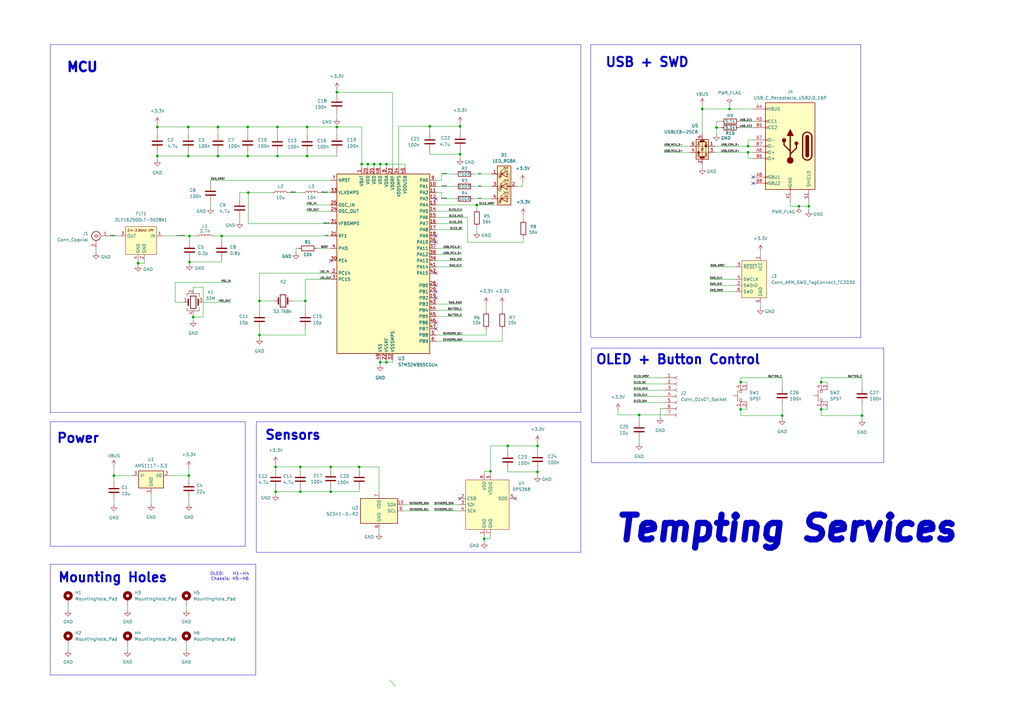
<source format=kicad_sch>
(kicad_sch (version 20231120) (generator "eeschema") (generator_version "8.0")
  (paper "A3")
  (title_block (title "Tempting") (date "2025-02-06") (rev "V1") (company "Tempting Services"))
  (junction (at 158.496 148.59))
  (junction (at 176.276 51.816))
  (junction (at 158.496 67.31))
  (junction (at 77.724 107.442))
  (junction (at 188.722 51.816))
  (junction (at 138.176 37.846))
  (junction (at 77.724 96.774))
  (junction (at 303.784 167.894))
  (junction (at 208.28 182.88))
  (junction (at 113.03 201.676))
  (junction (at 331.724 84.582))
  (junction (at 123.19 191.516))
  (junction (at 303.784 156.718))
  (junction (at 106.426 137.414))
  (junction (at 79.248 130.048))
  (junction (at 306.832 62.484))
  (junction (at 77.216 64.008))
  (junction (at 336.804 156.718))
  (junction (at 77.47 195.072))
  (junction (at 56.642 107.95))
  (junction (at 262.128 170.18))
  (junction (at 46.736 195.072))
  (junction (at 327.66 84.582))
  (junction (at 113.792 52.07))
  (junction (at 125.222 123.444))
  (junction (at 198.628 220.98))
  (junction (at 106.426 123.444))
  (junction (at 220.472 182.88))
  (junction (at 150.876 67.31))
  (junction (at 90.932 96.774))
  (junction (at 123.19 201.676))
  (junction (at 220.472 193.548))
  (junction (at 188.722 63.246))
  (junction (at 153.416 67.31))
  (junction (at 113.792 64.008))
  (junction (at 77.216 52.07))
  (junction (at 155.956 67.31))
  (junction (at 306.832 59.944))
  (junction (at 195.58 84.074))
  (junction (at 101.6 64.008))
  (junction (at 320.802 170.434))
  (junction (at 101.854 78.994))
  (junction (at 299.212 44.704))
  (junction (at 64.516 52.07))
  (junction (at 201.168 193.294))
  (junction (at 89.408 52.07))
  (junction (at 147.32 191.516))
  (junction (at 288.036 44.704))
  (junction (at 293.878 52.324))
  (junction (at 336.804 167.894))
  (junction (at 135.636 191.516))
  (junction (at 125.984 52.07))
  (junction (at 125.984 64.008))
  (junction (at 135.636 201.676))
  (junction (at 148.336 67.31))
  (junction (at 113.03 191.516))
  (junction (at 64.516 64.008))
  (junction (at 101.6 52.07))
  (junction (at 155.956 148.59))
  (junction (at 89.408 64.008))
  (junction (at 353.568 170.434))
  (junction (at 138.176 52.07))
  (no_connect (at 178.816 117.094))
  (no_connect (at 211.328 204.47))
  (no_connect (at 178.816 112.014))
  (no_connect (at 178.816 96.774))
  (no_connect (at 178.816 132.334))
  (no_connect (at 178.816 122.174))
  (no_connect (at 308.864 72.644))
  (no_connect (at 178.816 119.634))
  (no_connect (at 178.816 81.534))
  (no_connect (at 308.864 75.184))
  (no_connect (at 135.636 106.934))
  (no_connect (at 178.816 134.874))
  (no_connect (at 188.468 204.47))
  (no_connect (at 178.816 99.314))
  (bus_entry (at 159.766 278.892) (size 2.54 2.54))
  (wire (pts (xy 288.036 44.704) (xy 288.036 54.864)))
  (wire (pts (xy 188.722 63.246) (xy 188.722 65.024)))
  (wire (pts (xy 101.6 52.07) (xy 101.6 54.864)))
  (wire (pts (xy 77.724 96.774) (xy 80.264 96.774)))
  (wire (pts (xy 262.128 170.18) (xy 262.128 172.466)))
  (wire (pts (xy 77.216 62.484) (xy 77.216 64.008)))
  (wire (pts (xy 306.324 156.718) (xy 303.784 156.718)))
  (wire (pts (xy 308.864 65.024) (xy 306.832 65.024)))
  (wire (pts (xy 176.276 51.816) (xy 176.276 54.356)))
  (wire (pts (xy 46.736 204.978) (xy 46.736 207.01)))
  (wire (pts (xy 155.956 147.574) (xy 155.956 148.59)))
  (wire (pts (xy 293.878 52.324) (xy 295.656 52.324)))
  (wire (pts (xy 186.69 71.374) (xy 181.102 71.374)))
  (wire (pts (xy 178.816 109.474) (xy 189.484 109.474)))
  (wire (pts (xy 295.656 49.784) (xy 293.878 49.784)))
  (wire (pts (xy 147.32 191.516) (xy 147.32 192.786)))
  (wire (pts (xy 303.784 170.434) (xy 320.802 170.434)))
  (wire (pts (xy 59.182 107.95) (xy 59.182 106.934)))
  (wire (pts (xy 79.248 117.856) (xy 79.248 118.872)))
  (wire (pts (xy 77.724 107.442) (xy 77.724 108.204)))
  (wire (pts (xy 282.956 59.944) (xy 272.288 59.944)))
  (wire (pts (xy 299.212 44.704) (xy 288.036 44.704)))
  (wire (pts (xy 118.872 78.994) (xy 123.952 78.994)))
  (wire (pts (xy 101.6 64.008) (xy 113.792 64.008)))
  (wire (pts (xy 101.6 64.008) (xy 101.6 62.484)))
  (wire (pts (xy 135.636 191.516) (xy 147.32 191.516)))
  (wire (pts (xy 324.104 84.582) (xy 327.66 84.582)))
  (wire (pts (xy 155.448 217.17) (xy 155.448 218.694)))
  (wire (pts (xy 306.832 57.404) (xy 306.832 59.944)))
  (wire (pts (xy 64.516 64.008) (xy 64.516 65.532)))
  (wire (pts (xy 71.882 115.824) (xy 94.742 115.824)))
  (wire (pts (xy 76.454 248.158) (xy 76.454 250.19)))
  (wire (pts (xy 135.636 201.676) (xy 147.32 201.676)))
  (wire (pts (xy 165.608 209.55) (xy 176.022 209.55)))
  (wire (pts (xy 69.596 195.072) (xy 77.47 195.072)))
  (wire (pts (xy 77.47 195.072) (xy 77.47 196.596)))
  (wire (pts (xy 147.32 200.406) (xy 147.32 201.676)))
  (wire (pts (xy 77.47 191.77) (xy 77.47 195.072)))
  (wire (pts (xy 220.472 193.548) (xy 220.472 195.072)))
  (wire (pts (xy 166.116 68.834) (xy 166.116 67.31)))
  (wire (pts (xy 64.516 50.8) (xy 64.516 52.07)))
  (wire (pts (xy 158.496 147.574) (xy 158.496 148.59)))
  (wire (pts (xy 270.764 167.64) (xy 270.764 171.196)))
  (wire (pts (xy 125.984 52.07) (xy 138.176 52.07)))
  (wire (pts (xy 178.816 106.934) (xy 189.484 106.934)))
  (wire (pts (xy 77.47 204.216) (xy 77.47 206.756)))
  (wire (pts (xy 161.036 37.846) (xy 138.176 37.846)))
  (wire (pts (xy 303.784 156.718) (xy 303.784 154.94)))
  (wire (pts (xy 125.222 114.554) (xy 135.636 114.554)))
  (wire (pts (xy 178.816 101.854) (xy 189.484 101.854)))
  (wire (pts (xy 189.738 91.694) (xy 178.816 91.694)))
  (wire (pts (xy 201.168 193.294) (xy 201.168 194.31)))
  (wire (pts (xy 201.676 76.454) (xy 194.31 76.454)))
  (wire (pts (xy 163.576 51.816) (xy 176.276 51.816)))
  (wire (pts (xy 198.628 193.294) (xy 201.168 193.294)))
  (wire (pts (xy 113.792 64.008) (xy 113.792 62.738)))
  (wire (pts (xy 130.048 101.854) (xy 135.636 101.854)))
  (wire (pts (xy 303.784 154.94) (xy 320.802 154.94)))
  (wire (pts (xy 148.336 67.31) (xy 148.336 68.834)))
  (wire (pts (xy 188.468 207.01) (xy 178.054 207.01)))
  (wire (pts (xy 77.724 98.806) (xy 77.724 96.774)))
  (wire (pts (xy 138.176 52.07) (xy 138.176 54.864)))
  (wire (pts (xy 262.128 170.18) (xy 272.542 170.18)))
  (wire (pts (xy 306.832 62.484) (xy 308.864 62.484)))
  (wire (pts (xy 259.842 162.56) (xy 272.542 162.56)))
  (wire (pts (xy 339.344 156.718) (xy 336.804 156.718)))
  (wire (pts (xy 288.036 67.564) (xy 288.036 68.834)))
  (wire (pts (xy 178.816 124.714) (xy 189.484 124.714)))
  (wire (pts (xy 306.832 65.024) (xy 306.832 62.484)))
  (wire (pts (xy 125.73 86.614) (xy 135.636 86.614)))
  (wire (pts (xy 188.722 50.546) (xy 188.722 51.816)))
  (wire (pts (xy 353.568 154.94) (xy 353.568 158.496)))
  (wire (pts (xy 201.168 193.294) (xy 201.168 182.88)))
  (wire (pts (xy 205.994 124.714) (xy 205.994 127.508)))
  (wire (pts (xy 178.816 104.394) (xy 189.484 104.394)))
  (wire (pts (xy 86.36 73.914) (xy 135.636 73.914)))
  (wire (pts (xy 199.39 124.714) (xy 199.39 127.508)))
  (wire (pts (xy 336.804 157.226) (xy 336.804 156.718)))
  (wire (pts (xy 113.03 192.786) (xy 113.03 191.516)))
  (wire (pts (xy 158.496 67.31) (xy 158.496 68.834)))
  (wire (pts (xy 125.222 123.444) (xy 125.222 114.554)))
  (wire (pts (xy 320.802 170.434) (xy 320.802 171.704)))
  (wire (pts (xy 311.912 103.124) (xy 311.912 104.394)))
  (wire (pts (xy 339.344 167.894) (xy 336.804 167.894)))
  (wire (pts (xy 86.36 83.058) (xy 86.36 85.09)))
  (wire (pts (xy 303.276 52.324) (xy 308.864 52.324)))
  (wire (pts (xy 155.956 148.59) (xy 158.496 148.59)))
  (wire (pts (xy 138.176 52.07) (xy 148.336 52.07)))
  (wire (pts (xy 39.37 101.854) (xy 39.37 103.632)))
  (wire (pts (xy 123.19 191.516) (xy 135.636 191.516)))
  (wire (pts (xy 79.248 130.048) (xy 79.248 131.318)))
  (wire (pts (xy 113.792 64.008) (xy 125.984 64.008)))
  (wire (pts (xy 331.724 84.582) (xy 331.724 82.804)))
  (wire (pts (xy 191.77 89.154) (xy 191.77 99.314)))
  (wire (pts (xy 77.724 106.426) (xy 77.724 107.442)))
  (wire (pts (xy 272.542 167.64) (xy 270.764 167.64)))
  (wire (pts (xy 101.854 78.994) (xy 101.854 91.694)))
  (wire (pts (xy 201.676 71.374) (xy 194.31 71.374)))
  (wire (pts (xy 125.222 123.444) (xy 125.222 127.254)))
  (wire (pts (xy 181.102 71.374) (xy 181.102 73.914)))
  (wire (pts (xy 308.864 44.704) (xy 299.212 44.704)))
  (wire (pts (xy 176.276 63.246) (xy 176.276 61.976)))
  (wire (pts (xy 90.932 106.426) (xy 90.932 107.442)))
  (wire (pts (xy 155.956 67.31) (xy 153.416 67.31)))
  (wire (pts (xy 303.276 49.784) (xy 308.864 49.784)))
  (wire (pts (xy 125.984 64.008) (xy 125.984 62.738)))
  (wire (pts (xy 113.792 52.07) (xy 125.984 52.07)))
  (wire (pts (xy 320.802 170.434) (xy 320.802 166.116)))
  (wire (pts (xy 77.216 64.008) (xy 89.408 64.008)))
  (wire (pts (xy 291.338 109.474) (xy 301.752 109.474)))
  (wire (pts (xy 181.102 81.534) (xy 181.102 78.994)))
  (wire (pts (xy 89.408 52.07) (xy 101.6 52.07)))
  (wire (pts (xy 98.298 89.154) (xy 98.298 90.932)))
  (wire (pts (xy 155.956 67.31) (xy 155.956 68.834)))
  (wire (pts (xy 188.468 209.55) (xy 178.054 209.55)))
  (wire (pts (xy 199.39 137.414) (xy 199.39 135.128)))
  (wire (pts (xy 353.568 170.434) (xy 353.568 166.116)))
  (wire (pts (xy 306.324 167.894) (xy 303.784 167.894)))
  (wire (pts (xy 106.426 137.414) (xy 106.426 138.684)))
  (wire (pts (xy 138.176 64.008) (xy 138.176 62.484)))
  (wire (pts (xy 153.416 67.31) (xy 153.416 68.834)))
  (wire (pts (xy 163.576 68.834) (xy 163.576 51.816)))
  (wire (pts (xy 123.19 201.676) (xy 135.636 201.676)))
  (wire (pts (xy 64.516 62.484) (xy 64.516 64.008)))
  (wire (pts (xy 198.628 219.71) (xy 198.628 220.98)))
  (wire (pts (xy 336.804 167.386) (xy 336.804 167.894)))
  (wire (pts (xy 181.102 78.994) (xy 178.816 78.994)))
  (wire (pts (xy 113.03 200.406) (xy 113.03 201.676)))
  (wire (pts (xy 201.676 81.534) (xy 194.31 81.534)))
  (wire (pts (xy 208.28 193.548) (xy 220.472 193.548)))
  (wire (pts (xy 76.454 264.668) (xy 76.454 266.7)))
  (wire (pts (xy 113.03 201.676) (xy 123.19 201.676)))
  (wire (pts (xy 52.324 264.668) (xy 52.324 266.7)))
  (wire (pts (xy 83.312 117.856) (xy 79.248 117.856)))
  (wire (pts (xy 113.03 201.676) (xy 113.03 202.692)))
  (wire (pts (xy 178.816 84.074) (xy 195.58 84.074)))
  (wire (pts (xy 201.168 219.71) (xy 201.168 220.98)))
  (wire (pts (xy 188.722 51.816) (xy 188.722 54.102)))
  (wire (pts (xy 259.842 160.02) (xy 272.542 160.02)))
  (wire (pts (xy 188.722 63.246) (xy 176.276 63.246)))
  (wire (pts (xy 188.722 61.722) (xy 188.722 63.246)))
  (wire (pts (xy 71.882 123.952) (xy 75.438 123.952)))
  (wire (pts (xy 214.63 88.138) (xy 214.63 89.916)))
  (wire (pts (xy 86.36 73.914) (xy 86.36 75.438)))
  (wire (pts (xy 166.116 67.31) (xy 158.496 67.31)))
  (wire (pts (xy 311.912 124.714) (xy 311.912 126.238)))
  (wire (pts (xy 89.408 52.07) (xy 89.408 54.864)))
  (wire (pts (xy 299.212 43.18) (xy 299.212 44.704)))
  (wire (pts (xy 205.994 139.954) (xy 205.994 135.128)))
  (wire (pts (xy 259.842 157.48) (xy 272.542 157.48)))
  (wire (pts (xy 66.802 96.774) (xy 77.724 96.774)))
  (wire (pts (xy 106.426 134.874) (xy 106.426 137.414)))
  (wire (pts (xy 339.344 167.386) (xy 339.344 167.894)))
  (wire (pts (xy 56.642 106.934) (xy 56.642 107.95)))
  (wire (pts (xy 165.608 207.01) (xy 176.022 207.01)))
  (wire (pts (xy 153.416 67.31) (xy 150.876 67.31)))
  (wire (pts (xy 158.496 148.59) (xy 161.036 148.59)))
  (wire (pts (xy 155.448 191.516) (xy 155.448 201.93)))
  (wire (pts (xy 101.854 91.694) (xy 135.636 91.694)))
  (wire (pts (xy 259.842 165.1) (xy 272.542 165.1)))
  (wire (pts (xy 178.816 129.794) (xy 189.484 129.794)))
  (wire (pts (xy 79.248 130.048) (xy 83.312 130.048)))
  (wire (pts (xy 155.956 148.59) (xy 155.956 149.606)))
  (wire (pts (xy 83.312 130.048) (xy 83.312 117.856)))
  (wire (pts (xy 214.376 76.454) (xy 211.836 76.454)))
  (wire (pts (xy 101.6 52.07) (xy 113.792 52.07)))
  (wire (pts (xy 195.58 93.218) (xy 195.58 94.996)))
  (wire (pts (xy 71.882 115.824) (xy 71.882 123.952)))
  (wire (pts (xy 353.568 170.434) (xy 353.568 171.958)))
  (wire (pts (xy 52.324 248.158) (xy 52.324 250.19)))
  (wire (pts (xy 301.752 114.554) (xy 291.084 114.554)))
  (wire (pts (xy 288.036 42.926) (xy 288.036 44.704)))
  (wire (pts (xy 90.932 96.774) (xy 135.636 96.774)))
  (wire (pts (xy 259.842 154.94) (xy 272.542 154.94)))
  (wire (pts (xy 121.412 103.632) (xy 121.412 101.854)))
  (wire (pts (xy 44.45 96.774) (xy 49.022 96.774)))
  (wire (pts (xy 282.956 62.484) (xy 272.288 62.484)))
  (wire (pts (xy 46.736 191.262) (xy 46.736 195.072)))
  (wire (pts (xy 201.168 182.88) (xy 208.28 182.88)))
  (wire (pts (xy 89.408 64.008) (xy 101.6 64.008)))
  (wire (pts (xy 208.28 192.532) (xy 208.28 193.548)))
  (wire (pts (xy 77.216 52.07) (xy 89.408 52.07)))
  (wire (pts (xy 178.816 137.414) (xy 199.39 137.414)))
  (wire (pts (xy 301.752 119.634) (xy 291.084 119.634)))
  (wire (pts (xy 150.876 67.31) (xy 148.336 67.31)))
  (wire (pts (xy 336.804 170.434) (xy 353.568 170.434)))
  (wire (pts (xy 131.572 78.994) (xy 135.636 78.994)))
  (wire (pts (xy 208.28 182.88) (xy 208.28 184.912)))
  (wire (pts (xy 123.19 191.516) (xy 123.19 192.786)))
  (wire (pts (xy 89.408 62.484) (xy 89.408 64.008)))
  (wire (pts (xy 106.426 123.444) (xy 106.426 112.014)))
  (wire (pts (xy 161.036 148.59) (xy 161.036 147.574)))
  (wire (pts (xy 198.628 194.31) (xy 198.628 193.294)))
  (wire (pts (xy 195.58 84.074) (xy 202.946 84.074)))
  (wire (pts (xy 121.412 101.854) (xy 122.428 101.854)))
  (wire (pts (xy 64.516 64.008) (xy 77.216 64.008)))
  (wire (pts (xy 64.516 52.07) (xy 77.216 52.07)))
  (wire (pts (xy 113.03 191.516) (xy 123.19 191.516)))
  (wire (pts (xy 46.736 195.072) (xy 46.736 197.358)))
  (wire (pts (xy 293.878 49.784) (xy 293.878 52.324)))
  (wire (pts (xy 125.73 84.074) (xy 135.636 84.074)))
  (wire (pts (xy 336.804 156.718) (xy 336.804 154.94)))
  (wire (pts (xy 195.58 84.074) (xy 195.58 85.598)))
  (wire (pts (xy 220.472 184.658) (xy 220.472 182.88)))
  (wire (pts (xy 327.66 84.582) (xy 331.724 84.582)))
  (wire (pts (xy 306.324 157.226) (xy 306.324 156.718)))
  (wire (pts (xy 125.984 64.008) (xy 138.176 64.008)))
  (wire (pts (xy 123.19 200.406) (xy 123.19 201.676)))
  (wire (pts (xy 178.816 139.954) (xy 205.994 139.954)))
  (wire (pts (xy 336.804 167.894) (xy 336.804 170.434)))
  (wire (pts (xy 61.976 202.692) (xy 61.976 206.756)))
  (wire (pts (xy 158.496 67.31) (xy 155.956 67.31)))
  (wire (pts (xy 87.884 96.774) (xy 90.932 96.774)))
  (wire (pts (xy 188.722 51.816) (xy 176.276 51.816)))
  (wire (pts (xy 331.724 84.582) (xy 331.724 86.36)))
  (wire (pts (xy 90.932 107.442) (xy 77.724 107.442)))
  (wire (pts (xy 253.492 170.18) (xy 262.128 170.18)))
  (wire (pts (xy 220.472 181.356) (xy 220.472 182.88)))
  (wire (pts (xy 178.816 127.254) (xy 189.484 127.254)))
  (wire (pts (xy 214.63 97.536) (xy 214.63 99.314)))
  (wire (pts (xy 293.116 59.944) (xy 306.832 59.944)))
  (wire (pts (xy 135.636 200.152) (xy 135.636 201.676)))
  (wire (pts (xy 186.69 81.534) (xy 181.102 81.534)))
  (wire (pts (xy 64.516 54.864) (xy 64.516 52.07)))
  (wire (pts (xy 293.116 62.484) (xy 306.832 62.484)))
  (wire (pts (xy 150.876 67.31) (xy 150.876 68.834)))
  (wire (pts (xy 27.94 264.668) (xy 27.94 266.7)))
  (wire (pts (xy 56.642 107.95) (xy 59.182 107.95)))
  (wire (pts (xy 220.472 192.278) (xy 220.472 193.548)))
  (wire (pts (xy 148.336 52.07) (xy 148.336 67.31)))
  (wire (pts (xy 106.426 112.014) (xy 135.636 112.014)))
  (wire (pts (xy 339.344 157.226) (xy 339.344 156.718)))
  (wire (pts (xy 106.426 123.444) (xy 112.268 123.444)))
  (wire (pts (xy 198.628 220.98) (xy 198.628 222.25)))
  (wire (pts (xy 119.888 123.444) (xy 125.222 123.444)))
  (wire (pts (xy 306.324 167.386) (xy 306.324 167.894)))
  (wire (pts (xy 56.642 107.95) (xy 56.642 108.712)))
  (wire (pts (xy 135.636 191.516) (xy 135.636 192.532)))
  (wire (pts (xy 155.448 191.516) (xy 147.32 191.516)))
  (wire (pts (xy 161.036 68.834) (xy 161.036 37.846)))
  (wire (pts (xy 181.102 73.914) (xy 178.816 73.914)))
  (wire (pts (xy 324.104 82.804) (xy 324.104 84.582)))
  (wire (pts (xy 220.472 182.88) (xy 208.28 182.88)))
  (wire (pts (xy 138.176 46.482) (xy 138.176 48.514)))
  (wire (pts (xy 306.832 59.944) (xy 308.864 59.944)))
  (wire (pts (xy 77.216 52.07) (xy 77.216 54.864)))
  (wire (pts (xy 113.792 52.07) (xy 113.792 55.118)))
  (wire (pts (xy 101.854 78.994) (xy 98.298 78.994)))
  (wire (pts (xy 83.058 123.952) (xy 94.742 123.952)))
  (wire (pts (xy 138.176 36.576) (xy 138.176 37.846)))
  (wire (pts (xy 101.854 78.994) (xy 111.252 78.994)))
  (wire (pts (xy 214.376 74.422) (xy 214.376 76.454)))
  (wire (pts (xy 46.736 195.072) (xy 54.356 195.072)))
  (wire (pts (xy 262.128 180.086) (xy 262.128 181.864)))
  (wire (pts (xy 253.492 170.18) (xy 253.492 168.148)))
  (wire (pts (xy 186.69 76.454) (xy 178.816 76.454)))
  (wire (pts (xy 293.878 52.324) (xy 293.878 55.118)))
  (wire (pts (xy 106.426 127.254) (xy 106.426 123.444)))
  (wire (pts (xy 201.168 220.98) (xy 198.628 220.98)))
  (wire (pts (xy 125.984 52.07) (xy 125.984 55.118)))
  (wire (pts (xy 90.932 96.774) (xy 90.932 98.806)))
  (wire (pts (xy 178.816 89.154) (xy 191.77 89.154)))
  (wire (pts (xy 336.804 154.94) (xy 353.568 154.94)))
  (wire (pts (xy 320.802 154.94) (xy 320.802 158.496)))
  (wire (pts (xy 125.222 137.414) (xy 125.222 134.874)))
  (wire (pts (xy 301.752 117.094) (xy 291.084 117.094)))
  (wire (pts (xy 27.94 248.158) (xy 27.94 250.19)))
  (wire (pts (xy 308.864 57.404) (xy 306.832 57.404)))
  (wire (pts (xy 178.816 94.234) (xy 189.738 94.234)))
  (wire (pts (xy 303.784 167.386) (xy 303.784 167.894)))
  (wire (pts (xy 178.816 86.614) (xy 189.738 86.614)))
  (wire (pts (xy 79.248 129.032) (xy 79.248 130.048)))
  (wire (pts (xy 98.298 78.994) (xy 98.298 81.534)))
  (wire (pts (xy 106.426 137.414) (xy 125.222 137.414)))
  (wire (pts (xy 303.784 167.894) (xy 303.784 170.434)))
  (wire (pts (xy 138.176 37.846) (xy 138.176 38.862)))
  (wire (pts (xy 303.784 157.226) (xy 303.784 156.718)))
  (wire (pts (xy 191.77 99.314) (xy 214.63 99.314)))
  (wire (pts (xy 113.03 189.992) (xy 113.03 191.516)))
  (rectangle (start 105.156 172.974) (end 238.252 226.568))
  (rectangle (start 20.574 172.974) (end 100.584 224.028))
  (rectangle (start 20.574 18.288) (end 238.252 169.164))
  (rectangle (start 242.316 18.288) (end 353.06 138.43))
  (rectangle (start 242.57 142.748) (end 362.458 189.738))
  (rectangle (start 20.574 231.394) (end 104.902 276.86))
  (text "Tempting Services" (at 322.58 216.916 0) (effects (font (size 10.16 10.16) (thickness 2.54) (bold yes) (italic yes))))
  (text "MCU" (at 33.782 27.686 0) (effects (font (size 3.81 3.81) (thickness 1.27) (bold yes))))
  (text "USB + SWD" (at 265.43 25.654 0) (effects (font (size 3.81 3.81) (thickness 0.7938))))
  (text "Mounting Holes" (at 46.228 236.982 0) (effects (font (size 3.81 3.81) (thickness 0.7938))))
  (text "Power" (at 32.004 179.832 0) (effects (font (size 3.81 3.81) (thickness 0.7938))))
  (text "Sensors" (at 120.142 178.562 0) (effects (font (size 3.81 3.81) (thickness 0.7938))))
  (text "OLED + Button Control" (at 278.13 147.574 0) (effects (font (size 3.81 3.81) (thickness 0.7938))))
  (text "OLED:    H1-H4\nChassis: H5-H6" (at 94.234 236.474 0) (effects (font (size 1.27 1.27))))
  (label "SWD_NRST" (at 291.338 109.474 0) (effects (font (size 0.762 0.762))))
  (label "HSE_OUT" (at 94.742 123.952 180) (effects (font (size 0.762 0.762))))
  (label "BOOT" (at 131.572 101.854 0) (effects (font (size 0.762 0.762))))
  (label "LSE_IN" (at 131.064 112.014 0) (effects (font (size 0.762 0.762))))
  (label "SWD_DIO" (at 189.484 106.934 180) (effects (font (size 0.762 0.762))))
  (label "BUTTON_1" (at 189.484 127.254 180) (effects (font (size 0.762 0.762))))
  (label "BUTTON_1" (at 320.802 154.94 180) (effects (font (size 0.762 0.762))))
  (label "SENSORS_SDA" (at 189.738 139.954 180) (effects (font (size 0.762 0.762))))
  (label "USB_CC1" (at 308.61 49.784 180) (effects (font (size 0.762 0.762))))
  (label "OLED_DC" (at 189.738 94.234 180) (effects (font (size 0.762 0.762))))
  (label "SWD_SWO" (at 189.484 124.714 180) (effects (font (size 0.762 0.762))))
  (label "BUTTON_2" (at 353.568 154.94 180) (effects (font (size 0.762 0.762))))
  (label "LED_R" (at 196.088 71.374 0) (effects (font (size 0.254 0.254))))
  (label "LED_G" (at 196.088 76.454 0) (effects (font (size 0.254 0.254))))
  (label "RF_COAX_LPF" (at 44.958 96.774 0) (effects (font (size 0.254 0.254))))
  (label "OLED_NCS" (at 189.992 89.154 180) (effects (font (size 0.762 0.762))))
  (label "OLED_DIN" (at 259.842 165.1 0) (effects (font (size 0.762 0.762))))
  (label "BUTTON_2" (at 189.484 129.794 180) (effects (font (size 0.762 0.762))))
  (label "SENSORS_SCL" (at 189.738 137.414 180) (effects (font (size 0.762 0.762))))
  (label "OLED_CLK" (at 259.842 162.56 0) (effects (font (size 0.762 0.762))))
  (label "SENSORS_SDA" (at 176.022 207.01 180) (effects (font (size 0.762 0.762))))
  (label "SENSORS_SCL" (at 178.054 209.55 0) (effects (font (size 0.762 0.762))))
  (label "HSE_OUT" (at 125.73 86.614 0) (effects (font (size 0.762 0.762))))
  (label "OLED_DC" (at 259.842 157.48 0) (effects (font (size 0.762 0.762))))
  (label "LSE_OUT" (at 131.064 114.554 0) (effects (font (size 0.762 0.762))))
  (label "HSE_IN" (at 94.742 115.824 180) (effects (font (size 0.762 0.762))))
  (label "SENSORS_SDA" (at 178.054 207.01 0) (effects (font (size 0.762 0.762))))
  (label "SWD_NRST" (at 86.36 73.914 0) (effects (font (size 0.762 0.762))))
  (label "USB_MCU_D+" (at 272.288 62.484 0) (effects (font (size 0.762 0.762))))
  (label "SMPSLX_INT" (at 119.126 78.994 0) (effects (font (size 0.254 0.254))))
  (label "USB_MCU_D+" (at 189.484 104.394 180) (effects (font (size 0.762 0.762))))
  (label "LED_B" (at 196.088 81.534 0) (effects (font (size 0.254 0.254))))
  (label "USB_CC2" (at 308.61 52.324 180) (effects (font (size 0.762 0.762))))
  (label "HSE_IN" (at 125.73 84.074 0) (effects (font (size 0.762 0.762))))
  (label "OLED_NRST" (at 202.946 84.074 180) (effects (font (size 0.762 0.762))))
  (label "SWD_SWO" (at 291.084 119.634 0) (effects (font (size 0.762 0.762))))
  (label "OLED_CLK" (at 189.738 86.614 180) (effects (font (size 0.762 0.762))))
  (label "USB_CON_D-" (at 295.656 59.944 0) (effects (font (size 0.762 0.762))))
  (label "LED_R_MCU" (at 181.102 71.374 0) (effects (font (size 0.254 0.254))))
  (label "OLED_NCS" (at 259.842 160.02 0) (effects (font (size 0.762 0.762))))
  (label "SMPSFB_MCU" (at 132.588 91.694 0) (effects (font (size 0.254 0.254))))
  (label "RF_LPF_MATCHING" (at 72.39 96.774 0) (effects (font (size 0.254 0.254))))
  (label "LED_G_MCU" (at 181.102 76.454 0) (effects (font (size 0.254 0.254))))
  (label "USB_MCU_D-" (at 189.484 101.854 180) (effects (font (size 0.762 0.762))))
  (label "SWD_DIO" (at 291.084 117.094 0) (effects (font (size 0.762 0.762))))
  (label "OLED_DIN" (at 189.738 91.694 180) (effects (font (size 0.762 0.762))))
  (label "LED_B_MCU" (at 181.102 81.534 0) (effects (font (size 0.254 0.254))))
  (label "RF_MCU" (at 133.096 96.774 0) (effects (font (size 0.254 0.254))))
  (label "USB_MCU_D-" (at 272.288 59.944 0) (effects (font (size 0.762 0.762))))
  (label "USB_CON_D+" (at 295.656 62.484 0) (effects (font (size 0.762 0.762))))
  (label "OLED_NRST" (at 259.842 154.94 0) (effects (font (size 0.762 0.762))))
  (label "SWD_CLK" (at 291.084 114.554 0) (effects (font (size 0.762 0.762))))
  (label "SWD_CLK" (at 189.484 109.474 180) (effects (font (size 0.762 0.762))))
  (label "SMPSLX_MCU" (at 131.826 78.994 0) (effects (font (size 0.254 0.254))))
  (label "SENSORS_SCL" (at 176.022 209.55 180) (effects (font (size 0.762 0.762))))
  (symbol (lib_id "power:+3.3V") (at 253.492 168.148 0) (mirror y) (unit 1)
    (property "Reference" "#PWR038" (effects (hide yes)))
    (property "Value" "+3.3V" (at 253.492 162.814 0))
    (property "Description" "Power symbol creates a global label with name \"+3.3V\"" (effects (hide yes)))
  )
  (symbol (lib_id "Mechanical:MountingHole_Pad") (at 52.324 245.618 0) (unit 1) (exclude_from_sim yes) (in_bom no)
    (property "Reference" "H3" (at 55.118 243.0779 0) (effects (justify left)))
    (property "Value" "MountingHole_Pad" (at 55.118 245.6179 0) (effects (justify left)))
    (property "Footprint" "MountingHole:MountingHole_2.2mm_M2_Pad_Via" (effects (hide yes)))
    (property "Description" "Mounting Hole with connection" (effects (hide yes)))
  )
  (symbol (lib_id "Device:LED_RGBA") (at 206.756 76.454 0) (unit 1)
    (property "Reference" "D1" (at 206.756 63.5 0))
    (property "Value" "LED_RGBA" (at 206.756 66.04 0))
    (property "Footprint" "Tempting_Footprint_Libraries:AAA3528LSEEZGKQBKS" (effects (hide yes)))
    (property "Description" "RGB LED, red/green/blue/anode" (effects (hide yes)))
    (property "JLCPCB Part #" "C5547384" (effects (hide yes)))
  )
  (symbol (lib_id "Device:C") (at 89.408 58.674 0) (unit 1)
    (property "Reference" "C7" (at 93.472 57.4039 0) (effects (justify left)))
    (property "Value" "100n" (at 93.472 59.9439 0) (effects (justify left)))
    (property "Footprint" "Capacitor_SMD:C_0402_1005Metric" (effects (hide yes)))
    (property "Description" "Unpolarized capacitor" (effects (hide yes)))
    (property "JLCPCB Part #" "C1525" (effects (hide yes)))
  )
  (symbol (lib_id "power:GND") (at 198.628 222.25 0) (mirror y) (unit 1)
    (property "Reference" "#PWR031" (effects (hide yes)))
    (property "Value" "GND" (at 194.564 223.774 0))
    (property "Description" "Power symbol creates a global label with name \"GND\" , ground" (effects (hide yes)))
  )
  (symbol (lib_id "Device:C") (at 77.724 102.616 0) (unit 1)
    (property "Reference" "C5" (at 81.026 101.3459 0) (effects (justify left)))
    (property "Value" "0.3p" (at 81.026 103.8859 0) (effects (justify left)))
    (property "Footprint" "Capacitor_SMD:C_0402_1005Metric" (effects (hide yes)))
    (property "Description" "Unpolarized capacitor" (effects (hide yes)))
    (property "JLCPCB Part #" "C880415" (effects (hide yes)))
  )
  (symbol (lib_id "Device:C") (at 101.6 58.674 0) (unit 1)
    (property "Reference" "C10" (at 105.664 57.4039 0) (effects (justify left)))
    (property "Value" "100n" (at 105.664 59.9439 0) (effects (justify left)))
    (property "Footprint" "Capacitor_SMD:C_0402_1005Metric" (effects (hide yes)))
    (property "Description" "Unpolarized capacitor" (effects (hide yes)))
    (property "JLCPCB Part #" "C1525" (effects (hide yes)))
  )
  (symbol (lib_id "Device:C") (at 125.222 131.064 0) (unit 1)
    (property "Reference" "C15" (at 128.27 129.7939 0) (effects (justify left)))
    (property "Value" "10p" (at 128.27 132.3339 0) (effects (justify left)))
    (property "Footprint" "Capacitor_SMD:C_0402_1005Metric" (effects (hide yes)))
    (property "Description" "Unpolarized capacitor" (effects (hide yes)))
    (property "JLCPCB Part #" "C161145" (effects (hide yes)))
  )
  (symbol (lib_id "Connector:Conn_Coaxial") (at 39.37 96.774 0) (mirror y) (unit 1)
    (property "Reference" "J1" (at 36.322 95.7971 0) (effects (justify left)))
    (property "Value" "Conn_Coaxial" (at 36.322 98.3371 0) (effects (justify left)))
    (property "Footprint" "Connector_Coaxial:SMA_Samtec_SMA-J-P-H-ST-EM1_EdgeMount" (effects (hide yes)))
    (property "Description" "coaxial connector (BNC, SMA, SMB, SMC, Cinch/RCA, LEMO, ...)" (effects (hide yes)))
    (property "JLCPCB Part #" "C5199907" (effects (hide yes)))
  )
  (symbol (lib_id "power:GND") (at 188.722 65.024 0) (mirror y) (unit 1)
    (property "Reference" "#PWR029" (effects (hide yes)))
    (property "Value" "GND" (at 192.532 66.548 0))
    (property "Description" "Power symbol creates a global label with name \"GND\" , ground" (effects (hide yes)))
  )
  (symbol (lib_id "power:GND") (at 262.128 181.864 0) (unit 1)
    (property "Reference" "#PWR039" (effects (hide yes)))
    (property "Value" "GND" (at 262.128 187.198 0))
    (property "Description" "Power symbol creates a global label with name \"GND\" , ground" (effects (hide yes)))
  )
  (symbol (lib_id "power:GND") (at 79.248 131.318 0) (unit 1)
    (property "Reference" "#PWR017" (effects (hide yes)))
    (property "Value" "GND" (at 79.248 136.652 0))
    (property "Description" "Power symbol creates a global label with name \"GND\" , ground" (effects (hide yes)))
  )
  (symbol (lib_id "power:GND") (at 77.47 206.756 0) (unit 1)
    (property "Reference" "#PWR015" (effects (hide yes)))
    (property "Value" "GND" (at 77.47 212.09 0))
    (property "Description" "Power symbol creates a global label with name \"GND\" , ground" (effects (hide yes)))
  )
  (symbol (lib_id "Device:C") (at 353.568 162.306 0) (unit 1)
    (property "Reference" "C27" (at 356.616 161.0359 0) (effects (justify left)))
    (property "Value" "100n" (at 356.616 163.5759 0) (effects (justify left)))
    (property "Footprint" "Capacitor_SMD:C_0402_1005Metric" (effects (hide yes)))
    (property "Description" "Unpolarized capacitor" (effects (hide yes)))
    (property "JLCPCB Part #" "C1525" (effects (hide yes)))
  )
  (symbol (lib_id "Mechanical:MountingHole_Pad") (at 27.94 245.618 0) (unit 1) (exclude_from_sim yes) (in_bom no)
    (property "Reference" "H1" (at 30.734 243.0779 0) (effects (justify left)))
    (property "Value" "MountingHole_Pad" (at 30.734 245.6179 0) (effects (justify left)))
    (property "Footprint" "MountingHole:MountingHole_2.2mm_M2_Pad_Via" (effects (hide yes)))
    (property "Description" "Mounting Hole with connection" (effects (hide yes)))
  )
  (symbol (lib_id "Device:R") (at 205.994 131.318 180) (unit 1)
    (property "Reference" "R7" (at 210.058 130.302 0))
    (property "Value" "10k" (at 210.058 132.334 0))
    (property "Footprint" "Resistor_SMD:R_0402_1005Metric" (effects (hide yes)))
    (property "Description" "Resistor" (effects (hide yes)))
    (property "JLCPCB Part #" "C25744" (effects (hide yes)))
  )
  (symbol (lib_id "power:GND") (at 39.37 103.632 0) (unit 1)
    (property "Reference" "#PWR03" (effects (hide yes)))
    (property "Value" "GND" (at 43.434 105.41 0))
    (property "Description" "Power symbol creates a global label with name \"GND\" , ground" (effects (hide yes)))
  )
  (symbol (lib_id "Device:C") (at 46.736 201.168 0) (unit 1)
    (property "Reference" "C1" (at 49.784 199.8979 0) (effects (justify left)))
    (property "Value" "10u" (at 49.784 202.4379 0) (effects (justify left)))
    (property "Footprint" "Capacitor_SMD:C_0805_2012Metric" (effects (hide yes)))
    (property "Description" "Unpolarized capacitor" (effects (hide yes)))
    (property "JLCPCB Part #" "C15850" (effects (hide yes)))
  )
  (symbol (lib_id "power:GND") (at 331.724 86.36 0) (mirror y) (unit 1)
    (property "Reference" "#PWR047" (effects (hide yes)))
    (property "Value" "GND" (at 335.534 87.884 0))
    (property "Description" "Power symbol creates a global label with name \"GND\" , ground" (effects (hide yes)))
  )
  (symbol (lib_id "power:GND") (at 76.454 250.19 0) (unit 1)
    (property "Reference" "#PWR012" (effects (hide yes)))
    (property "Value" "GND" (at 76.454 255.016 0))
    (property "Description" "Power symbol creates a global label with name \"GND\" , ground" (effects (hide yes)))
  )
  (symbol (lib_id "Device:C") (at 262.128 176.276 0) (unit 1)
    (property "Reference" "C25" (at 254 175.006 0) (effects (justify left)))
    (property "Value" "10u" (at 254 177.546 0) (effects (justify left)))
    (property "Footprint" "Capacitor_SMD:C_0805_2012Metric" (effects (hide yes)))
    (property "Description" "Unpolarized capacitor" (effects (hide yes)))
    (property "JLCPCB Part #" "C15850" (effects (hide yes)))
  )
  (symbol (lib_id "power:+3.3V") (at 205.994 124.714 0) (unit 1)
    (property "Reference" "#PWR033" (effects (hide yes)))
    (property "Value" "+3.3V" (at 205.994 119.38 0))
    (property "Description" "Power symbol creates a global label with name \"+3.3V\"" (effects (hide yes)))
  )
  (symbol (lib_id "power:PWR_FLAG") (at 299.212 43.18 0) (unit 1)
    (property "Reference" "#FLG01" (effects (hide yes)))
    (property "Value" "PWR_FLAG" (at 299.212 38.1 0))
    (property "Description" "Special symbol for telling ERC where power comes from" (effects (hide yes)))
  )
  (symbol (lib_id "power:GND") (at 76.454 266.7 0) (unit 1)
    (property "Reference" "#PWR013" (effects (hide yes)))
    (property "Value" "GND" (at 76.454 271.526 0))
    (property "Description" "Power symbol creates a global label with name \"GND\" , ground" (effects (hide yes)))
  )
  (symbol (lib_id "power:GND") (at 52.324 266.7 0) (unit 1)
    (property "Reference" "#PWR07" (effects (hide yes)))
    (property "Value" "GND" (at 52.324 271.526 0))
    (property "Description" "Power symbol creates a global label with name \"GND\" , ground" (effects (hide yes)))
  )
  (symbol (lib_id "power:+3.3V") (at 138.176 36.576 0) (unit 1)
    (property "Reference" "#PWR024" (effects (hide yes)))
    (property "Value" "+3.3V" (at 138.176 31.242 0))
    (property "Description" "Power symbol creates a global label with name \"+3.3V\"" (effects (hide yes)))
  )
  (symbol (lib_id "Mechanical:MountingHole_Pad") (at 76.454 245.618 0) (unit 1) (exclude_from_sim yes) (in_bom no)
    (property "Reference" "H5" (at 79.248 243.0779 0) (effects (justify left)))
    (property "Value" "MountingHole_Pad" (at 79.248 245.6179 0) (effects (justify left)))
    (property "Footprint" "MountingHole:MountingHole_3.2mm_M3_Pad_Via" (effects (hide yes)))
    (property "Description" "Mounting Hole with connection" (effects (hide yes)))
  )
  (symbol (lib_id "power:+3.3V") (at 64.516 50.8 0) (unit 1)
    (property "Reference" "#PWR010" (effects (hide yes)))
    (property "Value" "+3.3V" (at 64.516 45.466 0))
    (property "Description" "Power symbol creates a global label with name \"+3.3V\"" (effects (hide yes)))
  )
  (symbol (lib_id "power:GND") (at 138.176 48.514 0) (mirror y) (unit 1)
    (property "Reference" "#PWR025" (effects (hide yes)))
    (property "Value" "GND" (at 134.112 50.038 0))
    (property "Description" "Power symbol creates a global label with name \"GND\" , ground" (effects (hide yes)))
  )
  (symbol (lib_id "power:GND") (at 106.426 138.684 0) (unit 1)
    (property "Reference" "#PWR020" (effects (hide yes)))
    (property "Value" "GND" (at 106.426 144.018 0))
    (property "Description" "Power symbol creates a global label with name \"GND\" , ground" (effects (hide yes)))
  )
  (symbol (lib_id "power:GND") (at 98.298 90.932 0) (unit 1)
    (property "Reference" "#PWR019" (effects (hide yes)))
    (property "Value" "GND" (at 94.488 92.456 0))
    (property "Description" "Power symbol creates a global label with name \"GND\" , ground" (effects (hide yes)))
  )
  (symbol (lib_id "power:GND") (at 86.36 85.09 0) (unit 1)
    (property "Reference" "#PWR018" (effects (hide yes)))
    (property "Value" "GND" (at 82.55 86.614 0))
    (property "Description" "Power symbol creates a global label with name \"GND\" , ground" (effects (hide yes)))
  )
  (symbol (lib_id "Device:C") (at 123.19 196.596 0) (unit 1)
    (property "Reference" "C14" (at 116.078 195.326 0) (effects (justify left)))
    (property "Value" "4.7u" (at 116.078 197.866 0) (effects (justify left)))
    (property "Footprint" "Capacitor_SMD:C_0603_1608Metric" (effects (hide yes)))
    (property "Description" "Unpolarized capacitor" (effects (hide yes)))
    (property "JLCPCB Part #" "C1705" (effects (hide yes)))
  )
  (symbol (lib_id "power:+3.3V") (at 77.47 191.77 0) (unit 1)
    (property "Reference" "#PWR014" (effects (hide yes)))
    (property "Value" "+3.3V" (at 77.47 186.436 0))
    (property "Description" "Power symbol creates a global label with name \"+3.3V\"" (effects (hide yes)))
  )
  (symbol (lib_id "power:+3.3V") (at 220.472 181.356 0) (mirror y) (unit 1)
    (property "Reference" "#PWR036" (effects (hide yes)))
    (property "Value" "+3.3V" (at 220.472 176.022 0))
    (property "Description" "Power symbol creates a global label with name \"+3.3V\"" (effects (hide yes)))
  )
  (symbol (lib_id "Sensor_Gas:SCD41-D-R2") (at 155.448 209.55 0) (unit 1)
    (property "Reference" "U2" (at 147.066 208.2799 0) (effects (justify right)))
    (property "Value" "SCD41-D-R2" (at 147.066 210.8199 0) (effects (justify right)))
    (property "Footprint" "Sensor:Sensirion_SCD4x-1EP_10.1x10.1mm_P1.25mm_EP4.8x4.8mm" (effects (hide yes)))
    (property "Datasheet" "https://sensirion.com/media/documents/E0F04247/631EF271/CD_DS_SCD40_SCD41_Datasheet_D1.pdf" (effects (hide yes)))
    (property "Description" "Photoacoustic CO2 sensor, 40 000 ppm, I2C, 2.4-5.5 V, High accuracy  400 - 5000 ppm" (effects (hide yes)))
    (property "JLCPCB Part #" "C3659362" (effects (hide yes)))
  )
  (symbol (lib_id "Device:C") (at 220.472 188.468 0) (unit 1)
    (property "Reference" "C24" (at 224.536 187.1979 0) (effects (justify left)))
    (property "Value" "100n" (at 224.536 189.7379 0) (effects (justify left)))
    (property "Footprint" "Capacitor_SMD:C_0402_1005Metric" (effects (hide yes)))
    (property "Description" "Unpolarized capacitor" (effects (hide yes)))
    (property "JLCPCB Part #" "C1525" (effects (hide yes)))
  )
  (symbol (lib_id "Power_Protection:USBLC6-2SC6") (at 288.036 59.944 0) (mirror y) (unit 1)
    (property "Reference" "U5" (at 286.3849 51.562 0) (effects (justify left)))
    (property "Value" "USBLC6-2SC6" (at 286.3849 54.102 0) (effects (justify left)))
    (property "Footprint" "Package_TO_SOT_SMD:SOT-23-6" (effects (hide yes)))
    (property "Datasheet" "https://www.st.com/resource/en/datasheet/usblc6-2.pdf" (effects (hide yes)))
    (property "Description" "Very low capacitance ESD protection diode, 2 data-line, SOT-23-6" (effects (hide yes)))
    (property "JLCPCB Part #" "C7519" (effects (hide yes)))
  )
  (symbol (lib_id "power:GND") (at 353.568 171.958 0) (unit 1)
    (property "Reference" "#PWR048" (effects (hide yes)))
    (property "Value" "GND" (at 353.568 177.292 0))
    (property "Description" "Power symbol creates a global label with name \"GND\" , ground" (effects (hide yes)))
  )
  (symbol (lib_id "Mechanical:MountingHole_Pad") (at 76.454 262.128 0) (unit 1) (exclude_from_sim yes) (in_bom no)
    (property "Reference" "H6" (at 79.248 259.5879 0) (effects (justify left)))
    (property "Value" "MountingHole_Pad" (at 79.248 262.1279 0) (effects (justify left)))
    (property "Footprint" "MountingHole:MountingHole_3.2mm_M3_Pad_Via" (effects (hide yes)))
    (property "Description" "Mounting Hole with connection" (effects (hide yes)))
  )
  (symbol (lib_id "power:GND") (at 270.764 171.196 0) (unit 1)
    (property "Reference" "#PWR040" (effects (hide yes)))
    (property "Value" "GND" (at 270.764 176.53 0))
    (property "Description" "Power symbol creates a global label with name \"GND\" , ground" (effects (hide yes)))
  )
  (symbol (lib_id "power:GND") (at 220.472 195.072 0) (mirror y) (unit 1)
    (property "Reference" "#PWR037" (effects (hide yes)))
    (property "Value" "GND" (at 224.282 196.596 0))
    (property "Description" "Power symbol creates a global label with name \"GND\" , ground" (effects (hide yes)))
  )
  (symbol (lib_id "Device:C") (at 320.802 162.306 0) (unit 1)
    (property "Reference" "C26" (at 323.85 161.0359 0) (effects (justify left)))
    (property "Value" "100n" (at 323.85 163.5759 0) (effects (justify left)))
    (property "Footprint" "Capacitor_SMD:C_0402_1005Metric" (effects (hide yes)))
    (property "Description" "Unpolarized capacitor" (effects (hide yes)))
    (property "JLCPCB Part #" "C1525" (effects (hide yes)))
  )
  (symbol (lib_id "power:+3.3V") (at 214.376 74.422 0) (unit 1)
    (property "Reference" "#PWR034" (effects (hide yes)))
    (property "Value" "+3.3V" (at 214.376 69.088 0))
    (property "Description" "Power symbol creates a global label with name \"+3.3V\"" (effects (hide yes)))
  )
  (symbol (lib_id "Connector:USB_C_Receptacle_USB2.0_16P") (at 324.104 59.944 0) (mirror y) (unit 1)
    (property "Reference" "J4" (at 324.104 37.592 0))
    (property "Value" "USB_C_Receptacle_USB2.0_16P" (at 324.104 40.132 0))
    (property "Footprint" "Connector_USB:USB_C_Receptacle_HRO_TYPE-C-31-M-12" (effects (hide yes)))
    (property "Datasheet" "https://www.usb.org/sites/default/files/documents/usb_type-c.zip" (effects (hide yes)))
    (property "Description" "USB 2.0-only 16P Type-C Receptacle connector" (effects (hide yes)))
    (property "JLCPCB Part #" "C165948" (effects (hide yes)))
  )
  (symbol (lib_id "Device:C") (at 188.722 57.912 0) (mirror y) (unit 1)
    (property "Reference" "C22" (at 184.658 56.6419 0) (effects (justify left)))
    (property "Value" "4.7u" (at 184.658 59.1819 0) (effects (justify left)))
    (property "Footprint" "Capacitor_SMD:C_0603_1608Metric" (effects (hide yes)))
    (property "Description" "Unpolarized capacitor" (effects (hide yes)))
    (property "JLCPCB Part #" "C1705" (effects (hide yes)))
  )
  (symbol (lib_id "Device:C") (at 113.03 196.596 0) (unit 1)
    (property "Reference" "C12" (at 105.918 195.326 0) (effects (justify left)))
    (property "Value" "4.7u" (at 105.918 197.866 0) (effects (justify left)))
    (property "Footprint" "Capacitor_SMD:C_0603_1608Metric" (effects (hide yes)))
    (property "Description" "Unpolarized capacitor" (effects (hide yes)))
    (property "JLCPCB Part #" "C1705" (effects (hide yes)))
  )
  (symbol (lib_id "Device:C") (at 135.636 196.342 0) (mirror y) (unit 1)
    (property "Reference" "C17" (at 132.334 195.072 0) (effects (justify left)))
    (property "Value" "100n" (at 132.334 197.612 0) (effects (justify left)))
    (property "Footprint" "Capacitor_SMD:C_0402_1005Metric" (effects (hide yes)))
    (property "Description" "Unpolarized capacitor" (effects (hide yes)))
    (property "JLCPCB Part #" "C1525" (effects (hide yes)))
  )
  (symbol (lib_id "power:VBUS") (at 46.736 191.262 0) (unit 1)
    (property "Reference" "#PWR04" (effects (hide yes)))
    (property "Value" "VBUS" (at 46.736 186.944 0))
    (property "Description" "Power symbol creates a global label with name \"VBUS\"" (effects (hide yes)))
  )
  (symbol (lib_id "Device:C") (at 98.298 85.344 0) (unit 1)
    (property "Reference" "C9" (at 89.916 84.074 0) (effects (justify left)))
    (property "Value" "4.7u" (at 89.916 86.614 0) (effects (justify left)))
    (property "Footprint" "Capacitor_SMD:C_0603_1608Metric" (effects (hide yes)))
    (property "Description" "Unpolarized capacitor" (effects (hide yes)))
    (property "JLCPCB Part #" "C1705" (effects (hide yes)))
  )
  (symbol (lib_id "Device:C") (at 77.216 58.674 0) (unit 1)
    (property "Reference" "C3" (at 81.28 57.4039 0) (effects (justify left)))
    (property "Value" "100n" (at 81.28 59.9439 0) (effects (justify left)))
    (property "Footprint" "Capacitor_SMD:C_0402_1005Metric" (effects (hide yes)))
    (property "Description" "Unpolarized capacitor" (effects (hide yes)))
    (property "JLCPCB Part #" "C1525" (effects (hide yes)))
  )
  (symbol (lib_id "Device:R") (at 190.5 71.374 90) (unit 1)
    (property "Reference" "R2" (at 190.5 69.088 90))
    (property "Value" "750R" (at 190.5 71.374 90))
    (property "Footprint" "Resistor_SMD:R_0402_1005Metric" (effects (hide yes)))
    (property "Description" "Resistor" (effects (hide yes)))
    (property "JLCPCB Part #" "C25132" (effects (hide yes)))
  )
  (symbol (lib_id "Switch:SW_MEC_5E") (at 306.324 162.306 90) (unit 1)
    (property "Reference" "SW1" (at 307.34 161.0359 90) (effects (justify right)))
    (property "Value" "SPST" (at 307.34 163.5759 90) (effects (justify right)))
    (property "Footprint" "Tempting_Footprint_Libraries:2-1825910-7" (effects (hide yes)))
    (property "Datasheet" "http://www.apem.com/int/index.php?controller=attachment&id_attachment=1371" (effects (hide yes)))
    (property "Description" "MEC 5E single pole normally-open tactile switch" (effects (hide yes)))
    (property "JLCPCB Part #" "C513492" (effects (hide yes)))
  )
  (symbol (lib_id "MCU_ST_STM32WB:STM32WB55CGUx") (at 155.956 109.474 0) (unit 1)
    (property "Reference" "U3" (at 163.2301 147.066 0) (effects (justify left)))
    (property "Value" "STM32WB55CGUx" (at 163.2301 149.606 0) (effects (justify left)))
    (property "Footprint" "Package_DFN_QFN:QFN-48-1EP_7x7mm_P0.5mm_EP5.6x5.6mm" (effects (hide yes)))
    (property "Datasheet" "https://www.st.com/resource/en/datasheet/stm32wb55cg.pdf" (effects (hide yes)))
    (property "Description" "STMicroelectronics Arm Cortex-M4 MCU, 1024KB flash, 256KB RAM, 64 MHz, 1.71-3.6V, 30 GPIO, UFQFPN48" (effects (hide yes)))
    (property "JLCPCB Part #" "C404023" (effects (hide yes)))
  )
  (symbol (lib_id "Connector:Conn_01x07_Socket") (at 277.622 162.56 0) (unit 1)
    (property "Reference" "J2" (at 279.146 161.2899 0) (effects (justify left)))
    (property "Value" "Conn_01x07_Socket" (at 279.146 163.8299 0) (effects (justify left)))
    (property "Footprint" "Connector_PinSocket_2.54mm:PinSocket_1x07_P2.54mm_Vertical" (effects (hide yes)))
    (property "Description" "Generic connector, single row, 01x07, script generated" (effects (hide yes)))
  )
  (symbol (lib_id "power:GND") (at 195.58 94.996 0) (mirror y) (unit 1)
    (property "Reference" "#PWR030" (effects (hide yes)))
    (property "Value" "GND" (at 199.39 96.52 0))
    (property "Description" "Power symbol creates a global label with name \"GND\" , ground" (effects (hide yes)))
  )
  (symbol (lib_id "power:+3.3V") (at 113.03 189.992 0) (unit 1)
    (property "Reference" "#PWR021" (effects (hide yes)))
    (property "Value" "+3.3V" (at 113.03 184.658 0))
    (property "Description" "Power symbol creates a global label with name \"+3.3V\"" (effects (hide yes)))
  )
  (symbol (lib_id "Device:C") (at 138.176 58.674 0) (unit 1)
    (property "Reference" "C19" (at 142.24 57.4039 0) (effects (justify left)))
    (property "Value" "100n" (at 142.24 59.9439 0) (effects (justify left)))
    (property "Footprint" "Capacitor_SMD:C_0402_1005Metric" (effects (hide yes)))
    (property "Description" "Unpolarized capacitor" (effects (hide yes)))
    (property "JLCPCB Part #" "C1525" (effects (hide yes)))
  )
  (symbol (lib_id "Device:Crystal_GND24") (at 79.248 123.952 0) (unit 1)
    (property "Reference" "X1" (at 86.36 119.888 0))
    (property "Value" "32M" (at 86.36 122.428 0))
    (property "Footprint" "Crystal:Crystal_SMD_2016-4Pin_2.0x1.6mm" (effects (hide yes)))
    (property "Description" "Four pin crystal, GND on pins 2 and 4" (effects (hide yes)))
    (property "JLCPCB Part #" "C1986260" (effects (hide yes)))
  )
  (symbol (lib_id "Device:C") (at 208.28 188.722 0) (unit 1)
    (property "Reference" "C23" (at 212.344 187.4519 0) (effects (justify left)))
    (property "Value" "100n" (at 212.344 189.9919 0) (effects (justify left)))
    (property "Footprint" "Capacitor_SMD:C_0402_1005Metric" (effects (hide yes)))
    (property "Description" "Unpolarized capacitor" (effects (hide yes)))
    (property "JLCPCB Part #" "C1525" (effects (hide yes)))
  )
  (symbol (lib_id "power:GND") (at 27.94 266.7 0) (unit 1)
    (property "Reference" "#PWR02" (effects (hide yes)))
    (property "Value" "GND" (at 27.94 271.526 0))
    (property "Description" "Power symbol creates a global label with name \"GND\" , ground" (effects (hide yes)))
  )
  (symbol (lib_id "Tempting_Symbol_Libraries:DPS368") (at 199.898 201.93 0) (unit 1)
    (property "Reference" "U4" (at 213.868 198.1514 0))
    (property "Value" "DPS368" (at 213.868 200.6914 0))
    (property "Footprint" "Tempting_Footprint_Libraries:DPS368" (effects (hide yes)))
    (property "JLCPCB Part #" "C3232508" (effects (hide yes)))
  )
  (symbol (lib_id "Device:C") (at 176.276 58.166 0) (mirror y) (unit 1)
    (property "Reference" "C21" (at 172.212 56.8959 0) (effects (justify left)))
    (property "Value" "100n" (at 172.212 59.4359 0) (effects (justify left)))
    (property "Footprint" "Capacitor_SMD:C_0402_1005Metric" (effects (hide yes)))
    (property "Description" "Unpolarized capacitor" (effects (hide yes)))
    (property "JLCPCB Part #" "C1525" (effects (hide yes)))
  )
  (symbol (lib_id "power:GND") (at 311.912 126.238 0) (mirror y) (unit 1)
    (property "Reference" "#PWR045" (effects (hide yes)))
    (property "Value" "GND" (at 315.722 127.762 0))
    (property "Description" "Power symbol creates a global label with name \"GND\" , ground" (effects (hide yes)))
  )
  (symbol (lib_id "Device:L") (at 115.062 78.994 90) (unit 1)
    (property "Reference" "L2" (at 115.062 76.454 90))
    (property "Value" "10u" (at 115.062 81.026 90))
    (property "Footprint" "Inductor_SMD:L_0805_2012Metric" (effects (hide yes)))
    (property "Description" "Inductor" (effects (hide yes)))
    (property "JLCPCB Part #" "C98030" (effects (hide yes)))
  )
  (symbol (lib_id "Tempting_Symbol_Libraries:DLF162500LT-5028A1") (at 57.912 96.774 0) (mirror y) (unit 1)
    (property "Reference" "FLT1" (at 57.912 87.63 0))
    (property "Value" "DLF162500LT-5028A1" (at 57.912 90.17 0))
    (property "Footprint" "Tempting_Footprint_Libraries:DLF162500LT-5028A1" (effects (hide yes)))
    (property "JLCPCB Part #" "C531364" (effects (hide yes)))
  )
  (symbol (lib_id "Device:R") (at 190.5 76.454 90) (unit 1)
    (property "Reference" "R3" (at 190.5 74.168 90))
    (property "Value" "500R" (at 190.5 76.454 90))
    (property "Footprint" "Resistor_SMD:R_0402_1005Metric" (effects (hide yes)))
    (property "Description" "Resistor" (effects (hide yes)))
    (property "JLCPCB Part #" "C4125" (effects (hide yes)))
  )
  (symbol (lib_id "power:GND") (at 77.724 108.204 0) (unit 1)
    (property "Reference" "#PWR016" (effects (hide yes)))
    (property "Value" "GND" (at 81.788 109.982 0))
    (property "Description" "Power symbol creates a global label with name \"GND\" , ground" (effects (hide yes)))
  )
  (symbol (lib_id "Device:C") (at 77.47 200.406 0) (unit 1)
    (property "Reference" "C4" (at 80.518 199.1359 0) (effects (justify left)))
    (property "Value" "22u" (at 80.518 201.6759 0) (effects (justify left)))
    (property "Footprint" "Capacitor_SMD:C_0805_2012Metric" (effects (hide yes)))
    (property "Description" "Unpolarized capacitor" (effects (hide yes)))
    (property "JLCPCB Part #" "C29277" (effects (hide yes)))
  )
  (symbol (lib_id "power:+3.3V") (at 311.912 103.124 0) (mirror y) (unit 1)
    (property "Reference" "#PWR044" (effects (hide yes)))
    (property "Value" "+3.3V" (at 311.912 97.79 0))
    (property "Description" "Power symbol creates a global label with name \"+3.3V\"" (effects (hide yes)))
  )
  (symbol (lib_id "Device:C") (at 138.176 42.672 0) (mirror y) (unit 1)
    (property "Reference" "C18" (at 134.112 41.4019 0) (effects (justify left)))
    (property "Value" "100n" (at 134.112 43.9419 0) (effects (justify left)))
    (property "Footprint" "Capacitor_SMD:C_0402_1005Metric" (effects (hide yes)))
    (property "Description" "Unpolarized capacitor" (effects (hide yes)))
    (property "JLCPCB Part #" "C1525" (effects (hide yes)))
  )
  (symbol (lib_id "Device:C") (at 113.792 58.928 0) (unit 1)
    (property "Reference" "C13" (at 117.856 57.6579 0) (effects (justify left)))
    (property "Value" "100n" (at 117.856 60.1979 0) (effects (justify left)))
    (property "Footprint" "Capacitor_SMD:C_0402_1005Metric" (effects (hide yes)))
    (property "Description" "Unpolarized capacitor" (effects (hide yes)))
    (property "JLCPCB Part #" "C1525" (effects (hide yes)))
  )
  (symbol (lib_id "power:GND") (at 155.448 218.694 0) (mirror y) (unit 1)
    (property "Reference" "#PWR026" (effects (hide yes)))
    (property "Value" "GND" (at 151.384 220.218 0))
    (property "Description" "Power symbol creates a global label with name \"GND\" , ground" (effects (hide yes)))
  )
  (symbol (lib_id "Device:R") (at 190.5 81.534 90) (unit 1)
    (property "Reference" "R4" (at 190.5 79.248 90))
    (property "Value" "500R" (at 190.5 81.534 90))
    (property "Footprint" "Resistor_SMD:R_0402_1005Metric" (effects (hide yes)))
    (property "Description" "Resistor" (effects (hide yes)))
    (property "JLCPCB Part #" "C4125" (effects (hide yes)))
  )
  (symbol (lib_id "Device:R") (at 214.63 93.726 180) (unit 1)
    (property "Reference" "R8" (at 218.694 92.964 0))
    (property "Value" "56k" (at 218.694 95.25 0))
    (property "Footprint" "Resistor_SMD:R_0402_1005Metric" (effects (hide yes)))
    (property "Description" "Resistor" (effects (hide yes)))
    (property "JLCPCB Part #" "C25796" (effects (hide yes)))
  )
  (symbol (lib_id "Device:C") (at 86.36 79.248 0) (unit 1)
    (property "Reference" "C6" (at 77.724 77.978 0) (effects (justify left)))
    (property "Value" "100n" (at 77.724 80.518 0) (effects (justify left)))
    (property "Footprint" "Capacitor_SMD:C_0402_1005Metric" (effects (hide yes)))
    (property "Description" "Unpolarized capacitor" (effects (hide yes)))
    (property "JLCPCB Part #" "C1525" (effects (hide yes)))
  )
  (symbol (lib_id "power:GND") (at 52.324 250.19 0) (unit 1)
    (property "Reference" "#PWR06" (effects (hide yes)))
    (property "Value" "GND" (at 52.324 255.016 0))
    (property "Description" "Power symbol creates a global label with name \"GND\" , ground" (effects (hide yes)))
  )
  (symbol (lib_id "Device:L") (at 127.762 78.994 90) (unit 1)
    (property "Reference" "L3" (at 127.762 76.454 90))
    (property "Value" "10n" (at 127.762 81.026 90))
    (property "Footprint" "Inductor_SMD:L_0402_1005Metric" (effects (hide yes)))
    (property "Description" "Inductor" (effects (hide yes)))
    (property "JLCPCB Part #" "C76760" (effects (hide yes)))
  )
  (symbol (lib_id "power:GND") (at 155.956 149.606 0) (unit 1)
    (property "Reference" "#PWR027" (effects (hide yes)))
    (property "Value" "GND" (at 155.956 154.94 0))
    (property "Description" "Power symbol creates a global label with name \"GND\" , ground" (effects (hide yes)))
  )
  (symbol (lib_id "Device:Crystal") (at 116.078 123.444 0) (unit 1)
    (property "Reference" "X2" (at 116.078 115.57 0))
    (property "Value" "32.768k" (at 115.824 127.762 0))
    (property "Footprint" "Crystal:Crystal_SMD_2012-2Pin_2.0x1.2mm" (effects (hide yes)))
    (property "Description" "Two pin crystal" (effects (hide yes)))
    (property "JLCPCB Part #" "C528982" (effects (hide yes)))
  )
  (symbol (lib_id "Device:R") (at 299.466 52.324 90) (unit 1)
    (property "Reference" "R10" (at 299.466 54.61 90))
    (property "Value" "5.1k" (at 299.466 52.324 90))
    (property "Footprint" "Resistor_SMD:R_0402_1005Metric" (effects (hide yes)))
    (property "Description" "Resistor" (effects (hide yes)))
    (property "JLCPCB Part #" "C25905" (effects (hide yes)))
  )
  (symbol (lib_id "Device:R") (at 199.39 131.318 180) (unit 1)
    (property "Reference" "R6" (at 195.58 130.302 0))
    (property "Value" "10k" (at 195.58 132.334 0))
    (property "Footprint" "Resistor_SMD:R_0402_1005Metric" (effects (hide yes)))
    (property "Description" "Resistor" (effects (hide yes)))
    (property "JLCPCB Part #" "C25744" (effects (hide yes)))
  )
  (symbol (lib_id "power:PWR_FLAG") (at 327.66 84.582 180) (unit 1)
    (property "Reference" "#FLG02" (effects (hide yes)))
    (property "Value" "PWR_FLAG" (at 321.31 86.868 0))
    (property "Description" "Special symbol for telling ERC where power comes from" (effects (hide yes)))
  )
  (symbol (lib_id "power:GND") (at 64.516 65.532 0) (unit 1)
    (property "Reference" "#PWR011" (effects (hide yes)))
    (property "Value" "GND" (at 64.516 70.866 0))
    (property "Description" "Power symbol creates a global label with name \"GND\" , ground" (effects (hide yes)))
  )
  (symbol (lib_id "power:GND") (at 288.036 68.834 0) (mirror y) (unit 1)
    (property "Reference" "#PWR042" (effects (hide yes)))
    (property "Value" "GND" (at 291.846 70.358 0))
    (property "Description" "Power symbol creates a global label with name \"GND\" , ground" (effects (hide yes)))
  )
  (symbol (lib_id "Device:C") (at 90.932 102.616 0) (unit 1)
    (property "Reference" "C8" (at 94.234 101.3459 0) (effects (justify left)))
    (property "Value" "0.8p" (at 94.234 103.8859 0) (effects (justify left)))
    (property "Footprint" "Capacitor_SMD:C_0402_1005Metric" (effects (hide yes)))
    (property "Description" "Unpolarized capacitor" (effects (hide yes)))
    (property "JLCPCB Part #" "C76915" (effects (hide yes)))
  )
  (symbol (lib_id "Device:L") (at 84.074 96.774 90) (unit 1)
    (property "Reference" "L1" (at 84.074 92.71 90))
    (property "Value" "2.7n" (at 84.074 94.742 90))
    (property "Footprint" "Inductor_SMD:L_0402_1005Metric" (effects (hide yes)))
    (property "Description" "Inductor" (effects (hide yes)))
    (property "JLCPCB Part #" "C77108" (effects (hide yes)))
  )
  (symbol (lib_id "power:GND") (at 27.94 250.19 0) (unit 1)
    (property "Reference" "#PWR01" (effects (hide yes)))
    (property "Value" "GND" (at 27.94 255.016 0))
    (property "Description" "Power symbol creates a global label with name \"GND\" , ground" (effects (hide yes)))
  )
  (symbol (lib_id "Device:C") (at 147.32 196.596 0) (mirror y) (unit 1)
    (property "Reference" "C20" (at 143.256 195.3259 0) (effects (justify left)))
    (property "Value" "100n" (at 143.256 197.8659 0) (effects (justify left)))
    (property "Footprint" "Capacitor_SMD:C_0402_1005Metric" (effects (hide yes)))
    (property "Description" "Unpolarized capacitor" (effects (hide yes)))
    (property "JLCPCB Part #" "C1525" (effects (hide yes)))
  )
  (symbol (lib_id "power:GND") (at 121.412 103.632 0) (unit 1)
    (property "Reference" "#PWR023" (effects (hide yes)))
    (property "Value" "GND" (at 117.602 105.156 0))
    (property "Description" "Power symbol creates a global label with name \"GND\" , ground" (effects (hide yes)))
  )
  (symbol (lib_id "power:+3.3V") (at 199.39 124.714 0) (unit 1)
    (property "Reference" "#PWR032" (effects (hide yes)))
    (property "Value" "+3.3V" (at 199.39 119.38 0))
    (property "Description" "Power symbol creates a global label with name \"+3.3V\"" (effects (hide yes)))
  )
  (symbol (lib_id "power:GND") (at 56.642 108.712 0) (unit 1)
    (property "Reference" "#PWR08" (effects (hide yes)))
    (property "Value" "GND" (at 60.706 110.49 0))
    (property "Description" "Power symbol creates a global label with name \"GND\" , ground" (effects (hide yes)))
  )
  (symbol (lib_id "power:GND") (at 293.878 55.118 0) (mirror y) (unit 1)
    (property "Reference" "#PWR043" (effects (hide yes)))
    (property "Value" "GND" (at 297.688 56.642 0))
    (property "Description" "Power symbol creates a global label with name \"GND\" , ground" (effects (hide yes)))
  )
  (symbol (lib_id "Device:C") (at 64.516 58.674 0) (unit 1)
    (property "Reference" "C2" (at 68.58 57.4039 0) (effects (justify left)))
    (property "Value" "4.7u" (at 68.58 59.9439 0) (effects (justify left)))
    (property "Footprint" "Capacitor_SMD:C_0603_1608Metric" (effects (hide yes)))
    (property "Description" "Unpolarized capacitor" (effects (hide yes)))
    (property "JLCPCB Part #" "C1705" (effects (hide yes)))
  )
  (symbol (lib_id "power:GND") (at 113.03 202.692 0) (mirror y) (unit 1)
    (property "Reference" "#PWR022" (effects (hide yes)))
    (property "Value" "GND" (at 108.966 204.216 0))
    (property "Description" "Power symbol creates a global label with name \"GND\" , ground" (effects (hide yes)))
  )
  (symbol (lib_id "power:+3.3V") (at 188.722 50.546 0) (mirror y) (unit 1)
    (property "Reference" "#PWR028" (effects (hide yes)))
    (property "Value" "+3.3V" (at 188.722 45.212 0))
    (property "Description" "Power symbol creates a global label with name \"+3.3V\"" (effects (hide yes)))
  )
  (symbol (lib_id "Connector:Conn_ARM_SWD_TagConnect_TC2030") (at 309.372 114.554 0) (mirror y) (unit 1) (in_bom no)
    (property "Reference" "J3" (at 316.23 113.2839 0) (effects (justify right)))
    (property "Value" "Conn_ARM_SWD_TagConnect_TC2030" (at 316.23 115.8239 0) (effects (justify right)))
    (property "Footprint" "Connector:Tag-Connect_TC2030-IDC-FP_2x03_P1.27mm_Vertical" (effects (hide yes)))
    (property "Datasheet" "https://www.tag-connect.com/wp-content/uploads/bsk-pdf-manager/TC2030-CTX_1.pdf" (effects (hide yes)))
    (property "Description" "Tag-Connect ARM Cortex SWD JTAG connector, 6 pin" (effects (hide yes)))
  )
  (symbol (lib_id "Device:R") (at 299.466 49.784 90) (unit 1)
    (property "Reference" "R9" (at 299.466 47.498 90))
    (property "Value" "5.1k" (at 299.466 49.784 90))
    (property "Footprint" "Resistor_SMD:R_0402_1005Metric" (effects (hide yes)))
    (property "Description" "Resistor" (effects (hide yes)))
    (property "JLCPCB Part #" "C25905" (effects (hide yes)))
  )
  (symbol (lib_id "Device:R") (at 126.238 101.854 90) (unit 1)
    (property "Reference" "R1" (at 126.238 99.314 90))
    (property "Value" "10k" (at 126.238 104.394 90))
    (property "Footprint" "Resistor_SMD:R_0402_1005Metric" (effects (hide yes)))
    (property "Description" "Resistor" (effects (hide yes)))
    (property "JLCPCB Part #" "C25744" (effects (hide yes)))
  )
  (symbol (lib_id "Mechanical:MountingHole_Pad") (at 27.94 262.128 0) (unit 1) (exclude_from_sim yes) (in_bom no)
    (property "Reference" "H2" (at 30.734 259.5879 0) (effects (justify left)))
    (property "Value" "MountingHole_Pad" (at 30.734 262.1279 0) (effects (justify left)))
    (property "Footprint" "MountingHole:MountingHole_2.2mm_M2_Pad_Via" (effects (hide yes)))
    (property "Description" "Mounting Hole with connection" (effects (hide yes)))
  )
  (symbol (lib_id "Device:C") (at 106.426 131.064 0) (unit 1)
    (property "Reference" "C11" (at 98.044 129.794 0) (effects (justify left)))
    (property "Value" "10p" (at 98.044 132.334 0) (effects (justify left)))
    (property "Footprint" "Capacitor_SMD:C_0402_1005Metric" (effects (hide yes)))
    (property "Description" "Unpolarized capacitor" (effects (hide yes)))
    (property "JLCPCB Part #" "C161145" (effects (hide yes)))
  )
  (symbol (lib_id "power:VBUS") (at 288.036 42.926 0) (unit 1)
    (property "Reference" "#PWR041" (effects (hide yes)))
    (property "Value" "VBUS" (at 288.036 38.608 0))
    (property "Description" "Power symbol creates a global label with name \"VBUS\"" (effects (hide yes)))
  )
  (symbol (lib_id "Device:R") (at 195.58 89.408 180) (unit 1)
    (property "Reference" "R5" (at 199.644 88.646 0))
    (property "Value" "56k" (at 199.644 90.932 0))
    (property "Footprint" "Resistor_SMD:R_0402_1005Metric" (effects (hide yes)))
    (property "Description" "Resistor" (effects (hide yes)))
    (property "JLCPCB Part #" "C25796" (effects (hide yes)))
  )
  (symbol (lib_id "Device:C") (at 125.984 58.928 0) (unit 1)
    (property "Reference" "C16" (at 130.048 57.6579 0) (effects (justify left)))
    (property "Value" "100n" (at 130.048 60.1979 0) (effects (justify left)))
    (property "Footprint" "Capacitor_SMD:C_0402_1005Metric" (effects (hide yes)))
    (property "Description" "Unpolarized capacitor" (effects (hide yes)))
    (property "JLCPCB Part #" "C1525" (effects (hide yes)))
  )
  (symbol (lib_id "Mechanical:MountingHole_Pad") (at 52.324 262.128 0) (unit 1) (exclude_from_sim yes) (in_bom no)
    (property "Reference" "H4" (at 55.118 259.5879 0) (effects (justify left)))
    (property "Value" "MountingHole_Pad" (at 55.118 262.1279 0) (effects (justify left)))
    (property "Footprint" "MountingHole:MountingHole_2.2mm_M2_Pad_Via" (effects (hide yes)))
    (property "Description" "Mounting Hole with connection" (effects (hide yes)))
  )
  (symbol (lib_id "power:+3.3V") (at 214.63 88.138 0) (unit 1)
    (property "Reference" "#PWR035" (effects (hide yes)))
    (property "Value" "+3.3V" (at 214.63 82.804 0))
    (property "Description" "Power symbol creates a global label with name \"+3.3V\"" (effects (hide yes)))
  )
  (symbol (lib_id "Regulator_Linear:AMS1117-3.3") (at 61.976 195.072 0) (unit 1)
    (property "Reference" "U1" (at 61.976 188.468 0))
    (property "Value" "AMS1117-3.3" (at 61.976 191.008 0))
    (property "Footprint" "Package_TO_SOT_SMD:SOT-223-3_TabPin2" (effects (hide yes)))
    (property "Datasheet" "http://www.advanced-monolithic.com/pdf/ds1117.pdf" (effects (hide yes)))
    (property "Description" "1A Low Dropout regulator, positive, 3.3V fixed output, SOT-223" (effects (hide yes)))
    (property "JLCPCB Part #" "C6186" (effects (hide yes)))
  )
  (symbol (lib_id "power:GND") (at 320.802 171.704 0) (unit 1)
    (property "Reference" "#PWR046" (effects (hide yes)))
    (property "Value" "GND" (at 320.802 177.038 0))
    (property "Description" "Power symbol creates a global label with name \"GND\" , ground" (effects (hide yes)))
  )
  (symbol (lib_id "power:GND") (at 46.736 207.01 0) (unit 1)
    (property "Reference" "#PWR05" (effects (hide yes)))
    (property "Value" "GND" (at 46.736 212.344 0))
    (property "Description" "Power symbol creates a global label with name \"GND\" , ground" (effects (hide yes)))
  )
  (symbol (lib_id "Switch:SW_MEC_5E") (at 339.344 162.306 90) (unit 1)
    (property "Reference" "SW2" (at 340.36 161.0359 90) (effects (justify right)))
    (property "Value" "SPST" (at 340.36 163.5759 90) (effects (justify right)))
    (property "Footprint" "Tempting_Footprint_Libraries:2-1825910-7" (effects (hide yes)))
    (property "Datasheet" "http://www.apem.com/int/index.php?controller=attachment&id_attachment=1371" (effects (hide yes)))
    (property "Description" "MEC 5E single pole normally-open tactile switch" (effects (hide yes)))
    (property "JLCPCB Part #" "C513492" (effects (hide yes)))
  )
  (symbol (lib_id "power:GND") (at 61.976 206.756 0) (unit 1)
    (property "Reference" "#PWR09" (effects (hide yes)))
    (property "Value" "GND" (at 61.976 212.09 0))
    (property "Description" "Power symbol creates a global label with name \"GND\" , ground" (effects (hide yes)))
  )
)
</source>
